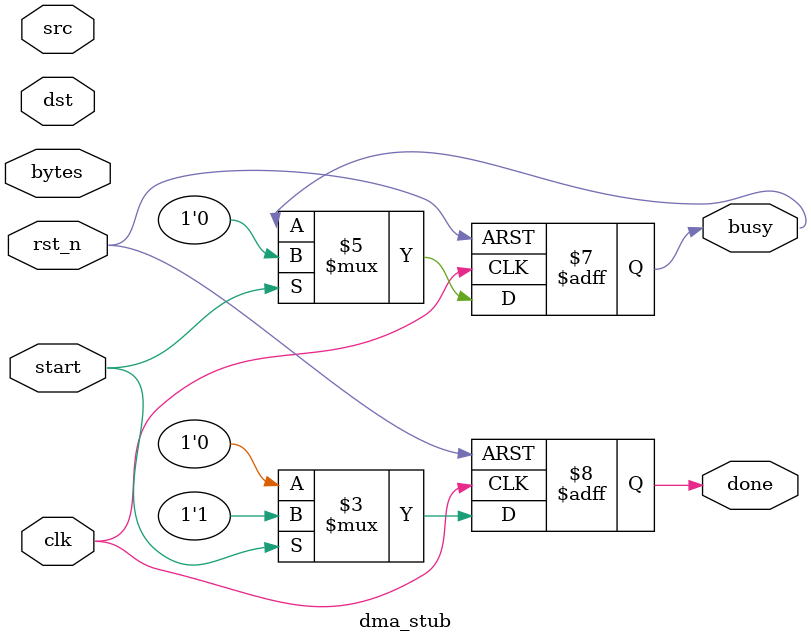
<source format=v>
module dma_stub(
  input  wire clk,
  input  wire rst_n,
  input  wire start,
  input  wire [63:0] src,
  input  wire [63:0] dst,
  input  wire [31:0] bytes,
  output reg  busy,
  output reg  done
);
  always @(posedge clk or negedge rst_n) begin
    if (!rst_n) begin
      busy <= 1'b0;
      done <= 1'b0;
    end else begin
      done <= 1'b0;
      if (start) begin
        busy <= 1'b1;
        done <= 1'b1;
        busy <= 1'b0;
      end
    end
  end
endmodule

</source>
